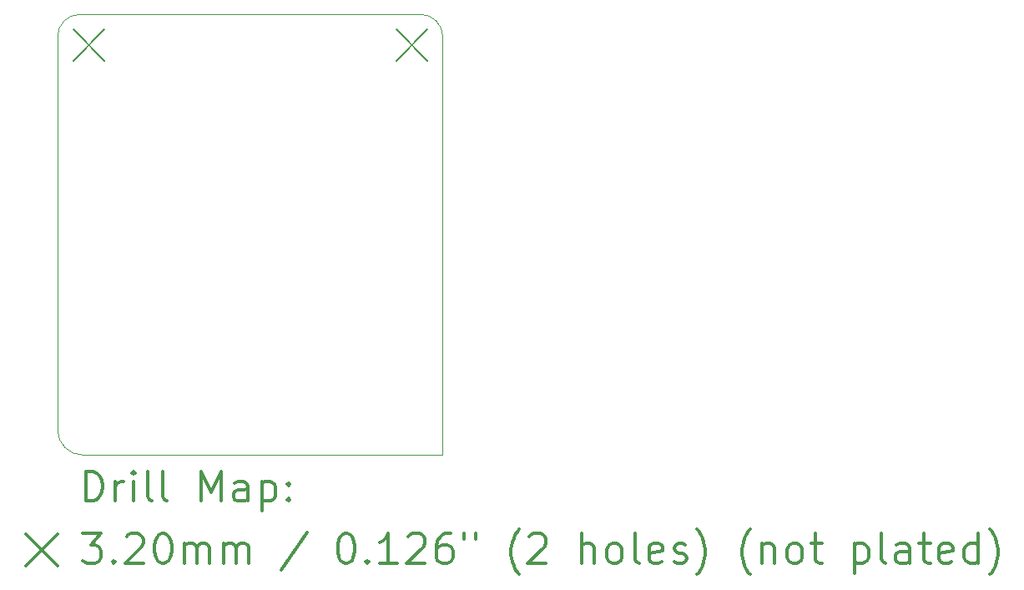
<source format=gbr>
%FSLAX45Y45*%
G04 Gerber Fmt 4.5, Leading zero omitted, Abs format (unit mm)*
G04 Created by KiCad (PCBNEW (5.1.4)-1) date 2019-12-12 19:48:28*
%MOMM*%
%LPD*%
G04 APERTURE LIST*
%ADD10C,0.050000*%
%ADD11C,0.200000*%
%ADD12C,0.300000*%
G04 APERTURE END LIST*
D10*
X3492500Y-6532000D02*
G75*
G02X3238500Y-6278000I0J254000D01*
G01*
X3238500Y-6223000D02*
X3238500Y-6278000D01*
X3238500Y-2286000D02*
G75*
G02X3462000Y-2062500I223500J0D01*
G01*
X3238500Y-2286000D02*
X3238500Y-6223000D01*
X6921500Y-2062500D02*
G75*
G02X7145000Y-2286000I0J-223500D01*
G01*
X7145000Y-2286000D02*
X7145000Y-6532000D01*
X3492500Y-6532000D02*
X7145000Y-6532000D01*
X3462000Y-2062500D02*
X6921500Y-2062500D01*
D11*
X3396000Y-2214900D02*
X3716000Y-2534900D01*
X3716000Y-2214900D02*
X3396000Y-2534900D01*
X6672600Y-2214900D02*
X6992600Y-2534900D01*
X6992600Y-2214900D02*
X6672600Y-2534900D01*
D12*
X3522428Y-7000214D02*
X3522428Y-6700214D01*
X3593857Y-6700214D01*
X3636714Y-6714500D01*
X3665286Y-6743071D01*
X3679571Y-6771643D01*
X3693857Y-6828786D01*
X3693857Y-6871643D01*
X3679571Y-6928786D01*
X3665286Y-6957357D01*
X3636714Y-6985929D01*
X3593857Y-7000214D01*
X3522428Y-7000214D01*
X3822428Y-7000214D02*
X3822428Y-6800214D01*
X3822428Y-6857357D02*
X3836714Y-6828786D01*
X3851000Y-6814500D01*
X3879571Y-6800214D01*
X3908143Y-6800214D01*
X4008143Y-7000214D02*
X4008143Y-6800214D01*
X4008143Y-6700214D02*
X3993857Y-6714500D01*
X4008143Y-6728786D01*
X4022428Y-6714500D01*
X4008143Y-6700214D01*
X4008143Y-6728786D01*
X4193857Y-7000214D02*
X4165286Y-6985929D01*
X4151000Y-6957357D01*
X4151000Y-6700214D01*
X4351000Y-7000214D02*
X4322428Y-6985929D01*
X4308143Y-6957357D01*
X4308143Y-6700214D01*
X4693857Y-7000214D02*
X4693857Y-6700214D01*
X4793857Y-6914500D01*
X4893857Y-6700214D01*
X4893857Y-7000214D01*
X5165286Y-7000214D02*
X5165286Y-6843071D01*
X5151000Y-6814500D01*
X5122428Y-6800214D01*
X5065286Y-6800214D01*
X5036714Y-6814500D01*
X5165286Y-6985929D02*
X5136714Y-7000214D01*
X5065286Y-7000214D01*
X5036714Y-6985929D01*
X5022428Y-6957357D01*
X5022428Y-6928786D01*
X5036714Y-6900214D01*
X5065286Y-6885929D01*
X5136714Y-6885929D01*
X5165286Y-6871643D01*
X5308143Y-6800214D02*
X5308143Y-7100214D01*
X5308143Y-6814500D02*
X5336714Y-6800214D01*
X5393857Y-6800214D01*
X5422428Y-6814500D01*
X5436714Y-6828786D01*
X5451000Y-6857357D01*
X5451000Y-6943071D01*
X5436714Y-6971643D01*
X5422428Y-6985929D01*
X5393857Y-7000214D01*
X5336714Y-7000214D01*
X5308143Y-6985929D01*
X5579571Y-6971643D02*
X5593857Y-6985929D01*
X5579571Y-7000214D01*
X5565286Y-6985929D01*
X5579571Y-6971643D01*
X5579571Y-7000214D01*
X5579571Y-6814500D02*
X5593857Y-6828786D01*
X5579571Y-6843071D01*
X5565286Y-6828786D01*
X5579571Y-6814500D01*
X5579571Y-6843071D01*
X2916000Y-7334500D02*
X3236000Y-7654500D01*
X3236000Y-7334500D02*
X2916000Y-7654500D01*
X3493857Y-7330214D02*
X3679571Y-7330214D01*
X3579571Y-7444500D01*
X3622428Y-7444500D01*
X3651000Y-7458786D01*
X3665286Y-7473071D01*
X3679571Y-7501643D01*
X3679571Y-7573071D01*
X3665286Y-7601643D01*
X3651000Y-7615929D01*
X3622428Y-7630214D01*
X3536714Y-7630214D01*
X3508143Y-7615929D01*
X3493857Y-7601643D01*
X3808143Y-7601643D02*
X3822428Y-7615929D01*
X3808143Y-7630214D01*
X3793857Y-7615929D01*
X3808143Y-7601643D01*
X3808143Y-7630214D01*
X3936714Y-7358786D02*
X3951000Y-7344500D01*
X3979571Y-7330214D01*
X4051000Y-7330214D01*
X4079571Y-7344500D01*
X4093857Y-7358786D01*
X4108143Y-7387357D01*
X4108143Y-7415929D01*
X4093857Y-7458786D01*
X3922428Y-7630214D01*
X4108143Y-7630214D01*
X4293857Y-7330214D02*
X4322428Y-7330214D01*
X4351000Y-7344500D01*
X4365286Y-7358786D01*
X4379571Y-7387357D01*
X4393857Y-7444500D01*
X4393857Y-7515929D01*
X4379571Y-7573071D01*
X4365286Y-7601643D01*
X4351000Y-7615929D01*
X4322428Y-7630214D01*
X4293857Y-7630214D01*
X4265286Y-7615929D01*
X4251000Y-7601643D01*
X4236714Y-7573071D01*
X4222428Y-7515929D01*
X4222428Y-7444500D01*
X4236714Y-7387357D01*
X4251000Y-7358786D01*
X4265286Y-7344500D01*
X4293857Y-7330214D01*
X4522428Y-7630214D02*
X4522428Y-7430214D01*
X4522428Y-7458786D02*
X4536714Y-7444500D01*
X4565286Y-7430214D01*
X4608143Y-7430214D01*
X4636714Y-7444500D01*
X4651000Y-7473071D01*
X4651000Y-7630214D01*
X4651000Y-7473071D02*
X4665286Y-7444500D01*
X4693857Y-7430214D01*
X4736714Y-7430214D01*
X4765286Y-7444500D01*
X4779571Y-7473071D01*
X4779571Y-7630214D01*
X4922428Y-7630214D02*
X4922428Y-7430214D01*
X4922428Y-7458786D02*
X4936714Y-7444500D01*
X4965286Y-7430214D01*
X5008143Y-7430214D01*
X5036714Y-7444500D01*
X5051000Y-7473071D01*
X5051000Y-7630214D01*
X5051000Y-7473071D02*
X5065286Y-7444500D01*
X5093857Y-7430214D01*
X5136714Y-7430214D01*
X5165286Y-7444500D01*
X5179571Y-7473071D01*
X5179571Y-7630214D01*
X5765286Y-7315929D02*
X5508143Y-7701643D01*
X6151000Y-7330214D02*
X6179571Y-7330214D01*
X6208143Y-7344500D01*
X6222428Y-7358786D01*
X6236714Y-7387357D01*
X6251000Y-7444500D01*
X6251000Y-7515929D01*
X6236714Y-7573071D01*
X6222428Y-7601643D01*
X6208143Y-7615929D01*
X6179571Y-7630214D01*
X6151000Y-7630214D01*
X6122428Y-7615929D01*
X6108143Y-7601643D01*
X6093857Y-7573071D01*
X6079571Y-7515929D01*
X6079571Y-7444500D01*
X6093857Y-7387357D01*
X6108143Y-7358786D01*
X6122428Y-7344500D01*
X6151000Y-7330214D01*
X6379571Y-7601643D02*
X6393857Y-7615929D01*
X6379571Y-7630214D01*
X6365286Y-7615929D01*
X6379571Y-7601643D01*
X6379571Y-7630214D01*
X6679571Y-7630214D02*
X6508143Y-7630214D01*
X6593857Y-7630214D02*
X6593857Y-7330214D01*
X6565286Y-7373071D01*
X6536714Y-7401643D01*
X6508143Y-7415929D01*
X6793857Y-7358786D02*
X6808143Y-7344500D01*
X6836714Y-7330214D01*
X6908143Y-7330214D01*
X6936714Y-7344500D01*
X6951000Y-7358786D01*
X6965286Y-7387357D01*
X6965286Y-7415929D01*
X6951000Y-7458786D01*
X6779571Y-7630214D01*
X6965286Y-7630214D01*
X7222428Y-7330214D02*
X7165286Y-7330214D01*
X7136714Y-7344500D01*
X7122428Y-7358786D01*
X7093857Y-7401643D01*
X7079571Y-7458786D01*
X7079571Y-7573071D01*
X7093857Y-7601643D01*
X7108143Y-7615929D01*
X7136714Y-7630214D01*
X7193857Y-7630214D01*
X7222428Y-7615929D01*
X7236714Y-7601643D01*
X7251000Y-7573071D01*
X7251000Y-7501643D01*
X7236714Y-7473071D01*
X7222428Y-7458786D01*
X7193857Y-7444500D01*
X7136714Y-7444500D01*
X7108143Y-7458786D01*
X7093857Y-7473071D01*
X7079571Y-7501643D01*
X7365286Y-7330214D02*
X7365286Y-7387357D01*
X7479571Y-7330214D02*
X7479571Y-7387357D01*
X7922428Y-7744500D02*
X7908143Y-7730214D01*
X7879571Y-7687357D01*
X7865286Y-7658786D01*
X7851000Y-7615929D01*
X7836714Y-7544500D01*
X7836714Y-7487357D01*
X7851000Y-7415929D01*
X7865286Y-7373071D01*
X7879571Y-7344500D01*
X7908143Y-7301643D01*
X7922428Y-7287357D01*
X8022428Y-7358786D02*
X8036714Y-7344500D01*
X8065286Y-7330214D01*
X8136714Y-7330214D01*
X8165286Y-7344500D01*
X8179571Y-7358786D01*
X8193857Y-7387357D01*
X8193857Y-7415929D01*
X8179571Y-7458786D01*
X8008143Y-7630214D01*
X8193857Y-7630214D01*
X8551000Y-7630214D02*
X8551000Y-7330214D01*
X8679571Y-7630214D02*
X8679571Y-7473071D01*
X8665286Y-7444500D01*
X8636714Y-7430214D01*
X8593857Y-7430214D01*
X8565286Y-7444500D01*
X8551000Y-7458786D01*
X8865286Y-7630214D02*
X8836714Y-7615929D01*
X8822428Y-7601643D01*
X8808143Y-7573071D01*
X8808143Y-7487357D01*
X8822428Y-7458786D01*
X8836714Y-7444500D01*
X8865286Y-7430214D01*
X8908143Y-7430214D01*
X8936714Y-7444500D01*
X8951000Y-7458786D01*
X8965286Y-7487357D01*
X8965286Y-7573071D01*
X8951000Y-7601643D01*
X8936714Y-7615929D01*
X8908143Y-7630214D01*
X8865286Y-7630214D01*
X9136714Y-7630214D02*
X9108143Y-7615929D01*
X9093857Y-7587357D01*
X9093857Y-7330214D01*
X9365286Y-7615929D02*
X9336714Y-7630214D01*
X9279571Y-7630214D01*
X9251000Y-7615929D01*
X9236714Y-7587357D01*
X9236714Y-7473071D01*
X9251000Y-7444500D01*
X9279571Y-7430214D01*
X9336714Y-7430214D01*
X9365286Y-7444500D01*
X9379571Y-7473071D01*
X9379571Y-7501643D01*
X9236714Y-7530214D01*
X9493857Y-7615929D02*
X9522428Y-7630214D01*
X9579571Y-7630214D01*
X9608143Y-7615929D01*
X9622428Y-7587357D01*
X9622428Y-7573071D01*
X9608143Y-7544500D01*
X9579571Y-7530214D01*
X9536714Y-7530214D01*
X9508143Y-7515929D01*
X9493857Y-7487357D01*
X9493857Y-7473071D01*
X9508143Y-7444500D01*
X9536714Y-7430214D01*
X9579571Y-7430214D01*
X9608143Y-7444500D01*
X9722428Y-7744500D02*
X9736714Y-7730214D01*
X9765286Y-7687357D01*
X9779571Y-7658786D01*
X9793857Y-7615929D01*
X9808143Y-7544500D01*
X9808143Y-7487357D01*
X9793857Y-7415929D01*
X9779571Y-7373071D01*
X9765286Y-7344500D01*
X9736714Y-7301643D01*
X9722428Y-7287357D01*
X10265286Y-7744500D02*
X10251000Y-7730214D01*
X10222428Y-7687357D01*
X10208143Y-7658786D01*
X10193857Y-7615929D01*
X10179571Y-7544500D01*
X10179571Y-7487357D01*
X10193857Y-7415929D01*
X10208143Y-7373071D01*
X10222428Y-7344500D01*
X10251000Y-7301643D01*
X10265286Y-7287357D01*
X10379571Y-7430214D02*
X10379571Y-7630214D01*
X10379571Y-7458786D02*
X10393857Y-7444500D01*
X10422428Y-7430214D01*
X10465286Y-7430214D01*
X10493857Y-7444500D01*
X10508143Y-7473071D01*
X10508143Y-7630214D01*
X10693857Y-7630214D02*
X10665286Y-7615929D01*
X10651000Y-7601643D01*
X10636714Y-7573071D01*
X10636714Y-7487357D01*
X10651000Y-7458786D01*
X10665286Y-7444500D01*
X10693857Y-7430214D01*
X10736714Y-7430214D01*
X10765286Y-7444500D01*
X10779571Y-7458786D01*
X10793857Y-7487357D01*
X10793857Y-7573071D01*
X10779571Y-7601643D01*
X10765286Y-7615929D01*
X10736714Y-7630214D01*
X10693857Y-7630214D01*
X10879571Y-7430214D02*
X10993857Y-7430214D01*
X10922428Y-7330214D02*
X10922428Y-7587357D01*
X10936714Y-7615929D01*
X10965286Y-7630214D01*
X10993857Y-7630214D01*
X11322428Y-7430214D02*
X11322428Y-7730214D01*
X11322428Y-7444500D02*
X11351000Y-7430214D01*
X11408143Y-7430214D01*
X11436714Y-7444500D01*
X11451000Y-7458786D01*
X11465286Y-7487357D01*
X11465286Y-7573071D01*
X11451000Y-7601643D01*
X11436714Y-7615929D01*
X11408143Y-7630214D01*
X11351000Y-7630214D01*
X11322428Y-7615929D01*
X11636714Y-7630214D02*
X11608143Y-7615929D01*
X11593857Y-7587357D01*
X11593857Y-7330214D01*
X11879571Y-7630214D02*
X11879571Y-7473071D01*
X11865286Y-7444500D01*
X11836714Y-7430214D01*
X11779571Y-7430214D01*
X11751000Y-7444500D01*
X11879571Y-7615929D02*
X11851000Y-7630214D01*
X11779571Y-7630214D01*
X11751000Y-7615929D01*
X11736714Y-7587357D01*
X11736714Y-7558786D01*
X11751000Y-7530214D01*
X11779571Y-7515929D01*
X11851000Y-7515929D01*
X11879571Y-7501643D01*
X11979571Y-7430214D02*
X12093857Y-7430214D01*
X12022428Y-7330214D02*
X12022428Y-7587357D01*
X12036714Y-7615929D01*
X12065286Y-7630214D01*
X12093857Y-7630214D01*
X12308143Y-7615929D02*
X12279571Y-7630214D01*
X12222428Y-7630214D01*
X12193857Y-7615929D01*
X12179571Y-7587357D01*
X12179571Y-7473071D01*
X12193857Y-7444500D01*
X12222428Y-7430214D01*
X12279571Y-7430214D01*
X12308143Y-7444500D01*
X12322428Y-7473071D01*
X12322428Y-7501643D01*
X12179571Y-7530214D01*
X12579571Y-7630214D02*
X12579571Y-7330214D01*
X12579571Y-7615929D02*
X12551000Y-7630214D01*
X12493857Y-7630214D01*
X12465286Y-7615929D01*
X12451000Y-7601643D01*
X12436714Y-7573071D01*
X12436714Y-7487357D01*
X12451000Y-7458786D01*
X12465286Y-7444500D01*
X12493857Y-7430214D01*
X12551000Y-7430214D01*
X12579571Y-7444500D01*
X12693857Y-7744500D02*
X12708143Y-7730214D01*
X12736714Y-7687357D01*
X12751000Y-7658786D01*
X12765286Y-7615929D01*
X12779571Y-7544500D01*
X12779571Y-7487357D01*
X12765286Y-7415929D01*
X12751000Y-7373071D01*
X12736714Y-7344500D01*
X12708143Y-7301643D01*
X12693857Y-7287357D01*
M02*

</source>
